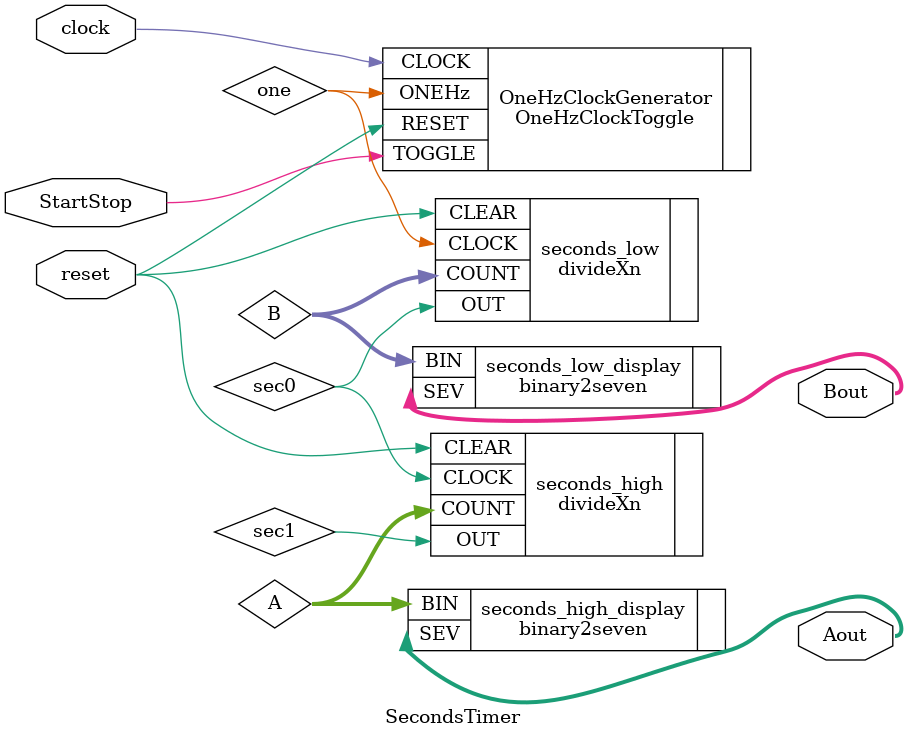
<source format=v>
module SecondsTimer //top level
	(
		input StartStop, clock, reset,
		output [0:6] Aout, Bout
	);
	
	wire [3:0] A, B;
	wire clock_out, one, sec0, sec1;
	wire [3:0] count5, count10; 
	wire [9:0] count1000L, count1000M;
	
	//instantiations
	OneHzClockToggle OneHzClockGenerator
	(
		.TOGGLE(StartStop),
		.CLOCK(clock)  , // input  50-MHz clock
		.RESET(reset) , // input  reset
		.ONEHz(one) // output  OneHz clock k0
	);
	
	divideXn #(4'd10, 3'd4) seconds_low
	(
		.CLOCK(one) , // input  1Hz clock
		.CLEAR(reset) , // input  reset
		.OUT(sec0) , // output  every 10 input pulses
		.COUNT(B) // output [3:0] seconds low count
	);
	
	binary2seven seconds_low_display
	(
		.BIN(B) , // input [3:0] seconds low count
		.SEV(Bout) // output [0:6] low seconds display
	);
	
	divideXn #(3'd6, 2'd3) seconds_high
	(
		.CLOCK(sec0) , // input  from low seconds
		.CLEAR(reset) , // input  CLEAR_sig
		.OUT(sec1) , // output  to low minutes
		.COUNT(A) // output [3:0] high seconds count
	);
	
	binary2seven seconds_high_display
	(
		.BIN(A) , // input [3:0] high seconds count
		.SEV(Aout) // output [0:6] high seconds display
	);
endmodule
</source>
